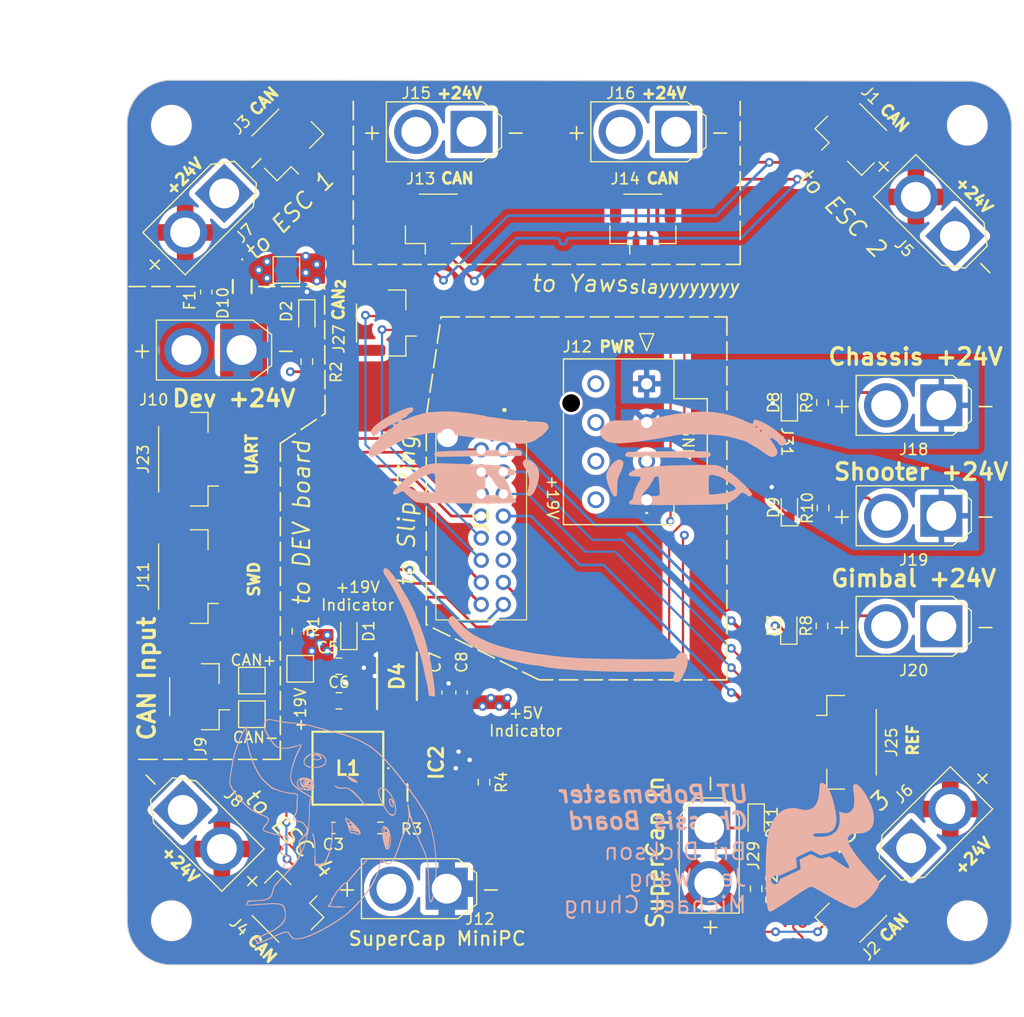
<source format=kicad_pcb>
(kicad_pcb (version 20240108) (generator "pcbnew") (generator_version "8.0")
  (layers (0 "F.Cu" signal) (1 "In1.Cu" signal) (2 "In2.Cu" signal) (31 "B.Cu" signal) (34 "B.Paste" user) (35 "F.Paste" user) (36 "B.SilkS" user "B.Silkscreen") (37 "F.SilkS" user "F.Silkscreen") (38 "B.Mask" user) (39 "F.Mask" user) (44 "Edge.Cuts" user))
  (net 0 "")
  (net 1 "/CAN+")
  (net 2 "/+19V")
  (net 3 "GND_+19V")
  (net 4 "GND")
  (net 5 "GND_GIMBAL")
  (net 6 "Net-(D1-A)")
  (net 7 "Net-(D2-A)")
  (net 9 "GND_CHASSIS")
  (net 10 "Net-(D7-A)")
  (net 11 "Net-(D8-A)")
  (net 12 "GND_SHOOTER")
  (net 14 "/24V -> 19V Buck Convertor/FB_{19}")
  (net 15 "/24V -> 19V Buck Convertor/SW_{19}")
  (net 16 "Net-(D11-A)")
  (net 17 "/Mini_PC")
  (net 18 "/SWCLK")
  (net 19 "/SWDIO")
  (net 20 "+3.3V")
  (net 21 "/+V_SuperCap")
  (net 22 "GND_DEBUG")
  (net 25 "/+24V_Gimbal")
  (net 26 "Net-(D9-A)")
  (net 27 "/UART_TX")
  (net 28 "/UART_RX")
  (net 29 "/REF_PWR")
  (net 30 "/REF_CAN-")
  (net 31 "/REF_CAN+")
  (net 32 "+3V3")
  (net 33 "/+24V_Chassis")
  (net 34 "+24V")
  (net 35 "/+24V_Shooter")
  (net 36 "GND_UART")
  (net 37 "GND_REF")
  (net 38 "/CAN2-")
  (net 39 "/CAN2+")
  (net 40 "/CAN-")
  (footprint "Robomaster_Connectors:AMASS_XT30U-F_1x02_P5.0mm_Vertical" (layer "F.Cu") (at 58.7 49.75 180)
    (property "Reference" "J10")
    (property "Value" "IN_XT30")
  )
  (footprint "Connector_JST:JST_GH_BM02B-GHS-TBT_1x02-1MP_P1.25mm_Vertical" (layer "F.Cu") (at 54.8 81.125 90)
    (property "Reference" "J9")
    (property "Value" "IN_JST")
  )
  (footprint "Robomaster_Connectors:AMASS_XT30U-F_1x02_P5.0mm_Vertical" (layer "F.Cu") (at 53.372614 91.372614 -45)
    (property "Reference" "J8")
    (property "Value" "BL_XT30")
  )
  (footprint "Robomaster_Connectors:AMASS_XT30U-F_1x02_P5.0mm_Vertical" (layer "F.Cu") (at 123.227387 39.427387 135)
    (property "Reference" "J5")
    (property "Value" "FR_XT30")
  )
  (footprint "Connector_JST:JST_GH_BM04B-GHS-TBT_1x04-1MP_P1.25mm_Vertical" (layer "F.Cu") (at 53.8 70.25 90)
    (property "Reference" "J11")
    (property "Value" "SWD_IN")
  )
  (footprint "MountingHole:MountingHole_3.2mm_M3" (layer "F.Cu") (at 124.347 29.4)
    (property "Reference" "H3" (hide yes))
    (property "Value" "MountingHole")
  )
  (footprint "LED_SMD:LED_0603_1608Metric_Pad1.05x0.95mm_HandSolder" (layer "F.Cu") (at 68.4 75.2 90)
    (property "Reference" "D1")
    (property "Value" "150060BS75000")
  )
  (footprint "Robomaster_Connectors:CON_1722981108_MOL" (layer "F.Cu") (at 95.339998 52.804 -90)
    (property "Reference" "J31")
    (property "Value" "Conn_01x08_Pin")
  )
  (footprint "Resistor_SMD:R_0603_1608Metric_Pad0.98x0.95mm_HandSolder" (layer "F.Cu") (at 63.8 75.2 90)
    (property "Reference" "R1")
    (property "Value" "1kΩ")
  )
  (footprint "MountingHole:MountingHole_3.2mm_M3" (layer "F.Cu") (at 52.347 101.4)
    (property "Reference" "H2" (hide yes))
    (property "Value" "MountingHole")
  )
  (footprint "Resistor_SMD:R_0603_1608Metric_Pad0.98x0.95mm_HandSolder" (layer "F.Cu") (at 71.25 93)
    (property "Reference" "R3")
    (property "Value" "100kΩ")
  )
  (footprint "LED_SMD:LED_0603_1608Metric_Pad1.05x0.95mm_HandSolder" (layer "F.Cu") (at 105.25 92.5 -90)
    (property "Reference" "D11")
    (property "Value" "150060YS75000")
  )
  (footprint "LED_SMD:LED_0603_1608Metric_Pad1.05x0.95mm_HandSolder" (layer "F.Cu") (at 64.6 46.862999 -90)
    (property "Reference" "D2")
    (property "Value" "150060RS75000")
  )
  (footprint "Resistor_SMD:R_0603_1608Metric_Pad0.98x0.95mm_HandSolder" (layer "F.Cu") (at 111.25 54.5 90)
    (property "Reference" "R9")
    (property "Value" "1kΩ")
  )
  (footprint "Resistor_SMD:R_0603_1608Metric_Pad0.98x0.95mm_HandSolder" (layer "F.Cu") (at 111.3 64.045 90)
    (property "Reference" "R10")
    (property "Value" "1kΩ")
  )
  (footprint "Robomaster_Connectors:5016451620" (layer "F.Cu") (at 80.375 64.624999 -90)
    (property "Reference" "J17")
    (property "Value" "501645-1620" (hide yes))
  )
  (footprint "Capacitor_SMD:C_0603_1608Metric_Pad1.08x0.95mm_HandSolder" (layer "F.Cu") (at 67 93)
    (property "Reference" "C3")
    (property "Value" "82pF")
  )
  (footprint "Connector_JST:JST_GH_BM02B-GHS-TBT_1x02-1MP_P1.25mm_Vertical" (layer "F.Cu") (at 62.699852 31 45)
    (property "Reference" "J3")
    (property "Value" "FL_JST")
  )
  (footprint "Robomaster_Connectors:AMASS_XT30U-F_1x02_P5.0mm_Vertical" (layer "F.Cu") (at 57.127387 35.572614 -135)
    (property "Reference" "J7")
    (property "Value" "FL_XT30")
  )
  (footprint "Robomaster_Connectors:AMASS_XT30U-F_1x02_P5.0mm_Vertical" (layer "F.Cu") (at 122 74.75 180)
    (property "Reference" "J20")
    (property "Value" "GIM_XT30")
  )
  (footprint "Connector_JST:JST_GH_BM02B-GHS-TBT_1x02-1MP_P1.25mm_Vertical" (layer "F.Cu") (at 95 38.25)
    (property "Reference" "J14")
    (property "Value" "GIM2_JST")
  )
  (footprint "TestPoint:TestPoint_Pad_2.0x2.0mm" (layer "F.Cu") (at 64 78.6 90)
    (property "Reference" "TP4" (hide yes))
    (property "Value" "TestPoint")
  )
  (footprint "Resistor_SMD:R_0603_1608Metric_Pad0.98x0.95mm_HandSolder" (layer "F.Cu") (at 64.6 50.8 -90)
    (property "Reference" "R2")
    (property "Value" "1kΩ")
  )
  (footprint "Robomaster_Connectors:AMASS_XT30U-F_1x02_P5.0mm_Vertical" (layer "F.Cu") (at 122 64.75 180)
    (property "Reference" "J19")
    (property "Value" "SHOO_XT30")
  )
  (footprint "Resistor_SMD:R_0603_1608Metric_Pad0.98x0.95mm_HandSolder" (layer "F.Cu") (at 105.25 98.5 -90)
    (property "Reference" "R12")
    (property "Value" "1kΩ")
  )
  (footprint "Robomaster_Passives:PTVS26VS1URQX" (layer "F.Cu") (at 58.75 44 -90)
    (property "Reference" "D10")
    (property "Value" "PTVS26VS1UR-QX" (hide yes))
  )
  (footprint "Robomaster_Connectors:AMASS_XT30U-F_1x02_P5.0mm_Vertical" (layer "F.Cu") (at 119.272613 94.827387 45)
    (property "Reference" "J6")
    (property "Value" "BR_XT30")
  )
  (footprint "Robomaster_Connectors:AMASS_XT30U-F_1x02_P5.0mm_Vertical" (layer "F.Cu") (at 77.25 98.5 180)
    (property "Reference" "J12")
    (property "Value" "SUPCAP_XT30")
  )
  (footprint "Fuse:Fuse_0603_1608Metric_Pad1.05x0.95mm_HandSolder" (layer "F.Cu") (at 55.5 44.5 90)
    (property "Reference" "F1")
    (property "Value" "2.5A")
  )
  (footprint "Robomaster_Connectors:AMASS_XT30U-F_1x02_P5.0mm_Vertical" (layer "F.Cu") (at 122 54.75 180)
    (property "Reference" "J18")
    (property "Value" "CHA_XT30")
  )
  (footprint "Robomaster_ICs:SOIC127P600X175-9N" (layer "F.Cu") (at 76.306 87.087999 90)
    (property "Reference" "IC2")
    (property "Value" "RT6285GSP" (hide yes))
  )
  (footprint "Connector_JST:JST_GH_BM02B-GHS-TBT_1x02-1MP_P1.25mm_Vertical" (layer "F.Cu") (at 62.699852 100.291852 135)
    (property "Reference" "J4")
    (property "Value" "BL_JST")
  )
  (footprint "Resistor_SMD:R_0603_1608Metric_Pad0.98x0.95mm_HandSolder" (layer "F.Cu") (at 111.2 74.7125 90)
    (property "Reference" "R8")
    (property "Value" "1kΩ")
  )
  (footprint "Connector_JST:JST_GH_BM02B-GHS-TBT_1x02-1MP_P1.25mm_Vertical" (layer "F.Cu") (at 113.994148 30.508148 -45)
    (property "Reference" "J1")
    (property "Value" "FR_JST")
  )
  (footprint "Connector_JST:JST_GH_BM04B-GHS-TBT_1x04-1MP_P1.25mm_Vertical" (layer "F.Cu") (at 113.5 85.25 -90)
    (property "Reference" "J25")
    (property "Value" "REF_IN")
  )
  (footprint "MountingHole:MountingHole_3.2mm_M3" (layer "F.Cu") (at 52.347 29.4)
    (property "Reference" "H1" (hide yes))
    (property "Value" "MountingHole")
  )
  (footprint "Robomaster_Passives:MPLAL6060100" (layer "F.Cu") (at 68.312 87.596 180)
    (property "Reference" "L1")
    (property "Value" "10µH" (hide yes))
  )
  (footprint "Connector_JST:JST_GH_BM02B-GHS-TBT_1x02-1MP_P1.25mm_Vertical" (layer "F.Cu") (at 76.5 38.25)
    (property "Reference" "J13")
    (property "Value" "GIM1_JST")
  )
  (footprint "Capacitor_SMD:C_0805_2012Metric_Pad1.18x1.45mm_HandSolder" (layer "F.Cu") (at 67.5 78.362999)
    (property "Reference" "C5")
    (property "Value" "22µF")
  )
  (footprint "Robomaster_Passives:SODFL5336X110N" (layer "F.Cu") (at 72.75 79.275 90)
    (property "Reference" "D4")
    (property "Value" "SR54F-AU_R2_000A1" (hide yes))
  )
  (footprint "Robomaster_Connectors:AMASS_XT30U-F_1x02_P5.0mm_Vertical" (layer "F.Cu") (at 101 93 -90)
    (property "Reference" "J29")
    (property "Value" "SUPCAP_XT30")
  )
  (footprint "MountingHole:MountingHole_3.2mm_M3" (layer "F.Cu") (at 124.347 101.4)
    (property "Reference" "H4" (hide yes))
    (property "Value" "MountingHole")
  )
  (footprint "LED_SMD:LED_0603_1608Metric_Pad1.05x0.95mm_HandSolder" (layer "F.Cu") (at 108.25 64 90)
    (property "Reference" "D9")
    (property "Value" "150060YS75000")
  )
  (footprint "Connector_JST:JST_GH_BM02B-GHS-TBT_1x02-1MP_P1.25mm_Vertical" (layer "F.Cu") (at 71.7 47.3 90)
    (property "Reference" "J27")
    (property "Value" "CAN2_IN")
  )
  (footprint "Capacitor_SMD:C_0603_1608Metric_Pad1.08x0.95mm_HandSolder" (layer "F.Cu") (at 78.592 80.737999 90)
    (property "Reference" "C8")
    (property "Value" "4.7µF")
  )
  (footprint "Robomaster_Connectors:AMASS_XT30U-F_1x02_P5.0mm_Vertical" (layer "F.Cu") (at 98 30 180)
    (property "Reference" "J16")
    (property "Value" "GIM2_XT30")
  )
  (footprint "Capacitor_SMD:C_0603_1608Metric_Pad1.08x0.95mm_HandSolder" (layer "F.Cu") (at 76.306 80.737999 90)
    (property "Reference" "C7")
    (property "Value" "4.7µF")
  )
  (footprint "TestPoint:TestPoint_Pad_2.0x2.0mm" (layer "F.Cu") (at 59.626 79.666)
    (property "Reference" "TP2" (hide yes))
    (property "Value" "TestPoint")
  )
  (footprint "Capacitor_SMD:C_0805_2012Metric_Pad1.18x1.45mm_HandSolder" (layer "F.Cu") (at 67.5 81.5)
    (property "Reference" "C6")
    (property "Value" "22µF")
  )
  (footprint "TestPoint:TestPoint_Pad_2.0x2.0mm" (layer "F.Cu") (at 59.626 82.714)
    (property "Reference" "TP1" (hide yes))
    (property "Value" "TestPoint")
  )
  (footprint "TestPoint:TestPoint_Pad_2.0x2.0mm" (layer "F.Cu") (at 62.75 42.5)
    (property "Reference" "TP3" (hide yes))
    (property "Value" "TestPoint")
  )
  (footprint "Connector_JST:JST_GH_BM04B-GHS-TBT_1x04-1MP_P1.25mm_Vertical" (layer "F.Cu") (at 53.8 59.625 90)
    (property "Reference" "J23")
    (property "Value" "UART_IN")
  )
  (footprint "Robomaster_Connectors:AMASS_XT30U-F_1x02_P5.0mm_Vertical" (layer "F.Cu") (at 79.5 30 180)
    (property "Reference" "J15")
    (property "Value" "GIM1_XT30")
  )
  (footprint "LED_SMD:LED_0603_1608Metric_Pad1.05x0.95mm_HandSolder" (layer "F.Cu") (at 108.200001 74.7125 90)
    (property "Reference" "D7")
    (property "Value" "150060YS75000")
  )
  (footprint "LED_SMD:LED_0603_1608Metric_Pad1.05x0.95mm_HandSolder" (layer "F.Cu") (at 108.25 54.5 90)
    (property "Reference" "D8")
    (property "Value" "150060YS75000")
  )
  (footprint "Connector_JST:JST_GH_BM02B-GHS-TBT_1x02-1MP_P1.25mm_Vertical" (layer "F.Cu") (at 113.994148 100.291852 -135)
    (property "Reference" "J2")
    (property "Value" "BR_JST")
  )
  (footprint "Resistor_SMD:R_0603_1608Metric_Pad0.98x0.95mm_HandSolder" (layer "F.Cu") (at 80.624 88.865999 90)
    (property "Reference" "R4")
    (property "Value" "6.8kΩ")
  )
  (footprint "Robomaster_Memes:blox" (layer "B.Cu") (at 88.25 65.25 180)
    (property "Reference" "G***" (hide yes))
    (property "Value" "LOGO" (hide yes))
  )
  (footprint "Robomaster_Memes:pikja" (layer "B.Cu") (at 65 94.25 135)
    (property "Reference" "G***" (hide yes))
    (property "Value" "LOGO" (hide yes))
  )
  (footprint "Robomaster_Special:StampedeLogo" (layer "B.Cu") (at 111.25 94.75 180)
    (property "Reference" "G***" (hide yes))
    (property "Value" "LOGO" (hide yes))
  )
  (gr_line (start 68.8 27.25) (end 68.8 42) (stroke (width 0.15) (type dash)) (layer "F.SilkS"))
  (gr_line (start 103.8 42) (end 103.8 27.25) (stroke (width 0.15) (type dash)) (layer "F.SilkS"))
  (gr_line (start 49.4 86.8) (end 62.2 86.8) (stroke (width 0.15) (type dash)) (layer "F.SilkS"))
  (gr_line (start 68.8 42) (end 103.8 42) (stroke (width 0.15) (type dash)) (layer "F.SilkS"))
  (gr_line (start 62.2 86.8) (end 62.2 58.2) (stroke (width 0.15) (type dash)) (layer "F.SilkS"))
  (gr_poly (pts (xy 75.4 55.8) (xy 76.75 46.75) (xy 102.6 46.75) (xy 102.6 79.6) (xy 85.6 79.6) (xy 75.4 74.6)) (stroke (width 0.15) (type dash)) (fill none) (layer "F.SilkS"))
  (gr_line (start 54.475 44) (end 48.525 44) (stroke (width 0.15) (type dash)) (layer "F.SilkS"))
  (gr_line (start 62.2 58.2) (end 66.25 55.5) (stroke (width 0.15) (type dash)) (layer "F.SilkS"))
  (gr_line (start 66.25 55.5) (end 66.2 44) (stroke (width 0.15) (type dash)) (layer "F.SilkS"))
  (gr_line (start 66.2 44) (end 60.25 44) (stroke (width 0.15) (type dash)) (layer "F.SilkS"))
  (gr_line (start 52.328427 25.328427) (end 124.347 25.4) (stroke (width 0.1)) (layer "Edge.Cuts"))
  (gr_line (start 48.347 101.4) (end 48.328427 29.328427) (stroke (width 0.1)) (layer "Edge.Cuts"))
  (gr_arc (start 128.347 101.4) (mid 127.175427 104.228427) (end 124.347 105.4) (stroke (width 0.1)) (layer "Edge.Cuts"))
  (gr_line (start 128.347 29.4) (end 128.347 101.4) (stroke (width 0.1)) (layer "Edge.Cuts"))
  (gr_line (start 124.347 105.4) (end 52.347 105.4) (stroke (width 0.1)) (layer "Edge.Cuts"))
  (gr_arc (start 52.347 105.4) (mid 49.518573 104.228427) (end 48.347 101.4) (stroke (width 0.1)) (layer "Edge.Cuts"))
  (gr_arc (start 124.347 25.4) (mid 127.175427 26.571573) (end 128.347 29.4) (stroke (width 0.1)) (layer "Edge.Cuts"))
  (gr_arc (start 48.328427 29.328427) (mid 49.5 26.5) (end 52.328427 25.328427) (stroke (width 0.1)) (layer "Edge.Cuts"))
  (gr_text "Bri Dickson\nJed Wang\nMichael Chung" (at 104.5 94.25 0) (layer "B.SilkS") (effects (font (size 1.5 1.5) (thickness 0.1875)) (justify left top mirror)))
  (gr_text "UT Robomaster\nChassis Board" (at 104.75 93.25 0) (layer "B.SilkS") (effects (font (size 1.5 1.5) (thickness 0.3) (bold yes) (italic yes)) (justify left bottom mirror)))
  (gr_text "+19V\n" (at 86.25 65.2 -90) (layer "F.SilkS") (effects (font (size 1 1)) (justify right bottom)))
  (gr_text "CAN" (at 117 103.6 45) (layer "F.SilkS") (effects (font (size 1 1) (thickness 0.25) (bold yes)) (justify left bottom)))
  (gr_text "to ESC 4" (at 58.674 90.424 315) (layer "F.SilkS") (effects (font (size 1.5 1.5) (thickness 0.1875) (italic yes)) (justify left bottom)))
  (gr_text "+24V" (at 52.4 36 45) (layer "F.SilkS") (effects (font (size 1 1) (thickness 0.25) (bold yes)) (justify left bottom)))
  (gr_text "+24V" (at 123.75 97.5 45) (layer "F.SilkS") (effects (font (size 1 1) (thickness 0.25) (bold yes)) (justify left bottom)))
  (gr_text "CAN" (at 76.6 34.8 0) (layer "F.SilkS") (effects (font (size 1 1) (thickness 0.25) (bold yes)) (justify left bottom)))
  (gr_text "+24V" (at 51.2 95.2 -45) (layer "F.SilkS") (effects (font (size 1 1) (thickness 0.25) (bold yes)) (justify left bottom)))
  (gr_text "to DEV board" (at 65 73 90) (layer "F.SilkS") (effects (font (size 1.5 1.5) (thickness 0.1875) (italic yes)) (justify left bottom)))
  (gr_text "+24V" (at 94.75 26.5 0) (layer "F.SilkS") (effects (font (size 1 1) (thickness 0.25) (bold yes)) (justify left)))
  (gr_text "CAN" (at 60 28.8 45) (layer "F.SilkS") (effects (font (size 1 1) (thickness 0.25) (bold yes)) (justify left bottom)))
  (gr_text "CAN-" (at 57.8 85.4 0) (layer "F.SilkS") (effects (font (size 1 1) (thickness 0.15) (bold yes)) (justify left bottom)))
  (gr_text "UART" (at 60.2 61.2 90) (layer "F.SilkS") (effects (font (size 1 1) (thickness 0.25) (bold yes)) (justify left bottom)))
  (gr_text "REF" (at 120 86.6 90) (layer "F.SilkS") (effects (font (size 1 1) (thickness 0.25) (bold yes)) (justify left bottom)))
  (gr_text "Chassis +24V" (at 111.608 51.232 0) (layer "F.SilkS") (effects (font (size 1.5 1.5) (thickness 0.3) (bold yes)) (justify left bottom)))
  (gr_text "PWR" (at 90.932 50.038 0) (layer "F.SilkS") (effects (font (size 1 1) (thickness 0.25) (bold yes)) (justify left bottom)))
  (gr_text "Shooter +24V" (at 112.116 61.646 0) (layer "F.SilkS") (effects (font (size 1.5 1.5) (thickness 0.3) (bold yes)) (justify left bottom)))
  (gr_text "CAN" (at 59 103.2 -45) (layer "F.SilkS") (effects (font (size 1 1) (thickness 0.25) (bold yes)) (justify left bottom)))
  (gr_text "CAN_{2}" (at 68.05 47.2 90) (layer "F.SilkS") (effects (font (size 1 1) (thickness 0.25) (bold yes)) (justify left bottom)))
  (gr_text "+19V\nIndicator" (at 69.2 73.4 0) (layer "F.SilkS") (effects (font (size 1 1)) (justify bottom)))
  (gr_text "SWD" (at 60.4 72.2 90) (layer "F.SilkS") (effects (font (size 1 1) (thickness 0.25) (bold yes)) (justify left bottom)))
  (gr_text "SuperCap In" (at 97 102.25 90) (layer "F.SilkS") (effects (font (size 1.5 1.5) (thickness 0.25) (bold yes)) (justify left bottom)))
  (gr_text "Dev +24V" (at 58 53.25 0) (layer "F.SilkS") (effects (font (size 1.5 1.5) (thickness 0.3) (bold yes)) (justify top)))
  (gr_text "+5V\nIndicator" (at 84.4 84.8 0) (layer "F.SilkS") (effects (font (size 1 1)) (justify bottom)))
  (gr_text "to ESC 2" (at 108.712 34.29 315) (layer "F.SilkS") (effects (font (size 1.5 1.5) (thickness 0.1875) (italic yes)) (justify left bottom)))
  (gr_text "to ESC 3" (at 110.236 98.044 45) (layer "F.SilkS") (effects (font (size 1.5 1.5) (thickness 0.1875) (italic yes)) (justify left bottom)))
  (gr_text "CAN Input" (at 51 85.25 90) (layer "F.SilkS") (effects (font (size 1.5 1.5) (thickness 0.3) (bold yes)) (justify left bottom)))
  (gr_text "GND" (at 98.5 56.5 270) (layer "F.SilkS") (effects (font (size 1 1)) (justify left bottom)))
  (gr_text "CAN" (at 95.2 34.8 0) (layer "F.SilkS") (effects (font (size 1 1) (thickness 0.25) (bold yes)) (justify left bottom)))
  (gr_text "to Slip Ring" (at 74.5 71.25 90) (layer "F.SilkS") (effects (font (size 1.5 1.5) (thickness 0.1875) (italic yes)) (justify left bottom)))
  (gr_text "Gimbal +24V" (at 111.862 71.298 0) (layer "F.SilkS") (effects (font (size 1.5 1.5) (thickness 0.3) (bold yes)) (justify left bottom)))
  (gr_text "to Yaws_{slayyyyyyyy}" (at 84.8 44.6 0) (layer "F.SilkS") (effects (font (size 1.5 1.5) (thickness 0.1875) (italic yes)) (justify left bottom)))
  (gr_text "CAN" (at 116.2 28 -45) (layer "F.SilkS") (effects (font (size 1 1) (thickness 0.25) (bold yes)) (justify left bottom)))
  (gr_text "+19V" (at 64.6 80.2 90) (layer "F.SilkS") (effects (font (size 1 1) (thickness 0.15) (bold yes)) (justify right bottom)))
  (gr_text "+24V" (at 76.25 26.5 0) (layer "F.SilkS") (effects (font (size 1 1) (thickness 0.25) (bold yes)) (justify left)))
  (gr_text "+24V" (at 123 34.6 -45) (layer "F.SilkS") (effects (font (size 1 1) (thickness 0.25) (bold yes)) (justify left bottom)))
  (gr_text "J12\n" (at 87.63 50.038 0) (layer "F.SilkS") (effects (font (size 1 1)) (justify left bottom)))
  (gr_text "CAN+" (at 57.6 78.4 0) (layer "F.SilkS") (effects (font (size 1 1) (thickness 0.15) (bold yes)) (justify left bottom)))
  (gr_text "to ESC 1" (at 59.944 41.91 45) (layer "F.SilkS") (effects (font (size 1.5 1.5) (thickness 0.1875) (italic yes)) (justify left bottom)))
  (gr_text "SuperCap MiniPC\n" (at 68.25 103.75 0) (layer "F.SilkS") (effects (font (size 1.25 1.25) (thickness 0.2)) (justify left bottom)))
  (segment (start 95.5 35) (end 95.5 40.075) (width 0.25) (layer "F.Cu") (net 1))
  (segment (start 109.239876 101.864142) (end 109.239877 101.864142) (width 0.2) (layer "F.Cu") (net 1))
  (segment (start 66.669685 103.5) (end 63.469611 100.299926) (width 0.2) (layer "F.Cu") (net 1))
  (segment (start 111.25 93.75) (end 111.25 98.431588) (width 0.2) (layer "F.Cu") (net 1))
  (segment (start 62.75 82.79) (end 62.75 92.5) (width 0.2) (layer "F.Cu") (net 1))
  (segment (start 108.685448 101.733977) (end 108.685447 101.733977) (width 0.2) (layer "F.Cu") (net 1))
  (segment (start 63.469611 100.299926) (end 63.469611 98.638209) (width 0.2) (layer "F.Cu") (net 1))
  (segment (start 108.945757 103.267084) (end 108.815612 103.136939) (width 0.2) (layer "F.Cu") (net 1))
  (segment (start 108.391347 103.136938) (end 108.028284 103.5) (width 0.2) (layer "F.Cu") (net 1))
  (segment (start 59.626 79.666) (end 62.75 82.79) (width 0.2) (layer "F.Cu") (net 1))
  (segment (start 97.375 69.55) (end 97.375 66.625) (width 0.2) (layer "F.Cu") (net 1))
  (segment (start 111.25 98.431588) (end 112.173348 99.354936) (width 0.2) (layer "F.Cu") (net 1))
  (segment (start 64.520652 31.936916) (end 66.083736 33.5) (width 0.25) (layer "F.Cu") (net 1))
  (segment (start 63.636768 96.636768) (end 63.636768 98.471052) (width 0.2) (layer "F.Cu") (net 1))
  (segment (start 56.75 80.5) (end 58.792 80.5) (width 0.2) (layer "F.Cu") (net 1))
  (segment (start 108.685447 102.158241) (end 109.370023 102.842817) (width 0.2) (layer "F.Cu") (net 1))
  (segment (start 98.75 65.25) (end 98.75 43.325) (width 0.2) (layer "F.Cu") (net 1))
  (segment (start 77.125 35.125) (end 77.125 40.2) (width 0.25) (layer "F.Cu") (net 1))
  (segment (start 66.083736 33.5) (end 75.5 33.5) (width 0.25) (layer "F.Cu") (net 1))
  (segment (start 97.375 69.55) (end 97.375 79.875) (width 0.2) (layer "F.Cu") (net 1))
  (segment (start 97.375 66.625) (end 98.75 65.25) (width 0.2) (layer "F.Cu") (net 1))
  (segment (start 75.5 33.5) (end 77.125 35.125) (width 0.25) (layer "F.Cu") (net 1))
  (segment (start 108.391348 103.136939) (end 108.391347 103.136938) (width 0.2) (layer "F.Cu") (net 1))
  (segment (start 109.239877 101.864142) (end 109.109712 101.733977) (width 0.2) (layer "F.Cu") (net 1))
  (segment (start 108.966 34.29) (end 111.09618 34.29) (width 0.25) (layer "F.Cu") (net 1))
  (segment (start 97.375 79.875) (end 111.25 93.75) (width 0.2) (layer "F.Cu") (net 1))
  (segment (start 108.966 34.29) (end 96.21 34.29) (width 0.25) (layer "F.Cu") (net 1))
  (segment (start 111.09618 34.29) (end 113.057232 32.328948) (width 0.25) (layer "F.Cu") (net 1))
  (segment (start 62.8 95.8) (end 63.636768 96.636768) (width 0.2) (layer "F.Cu") (net 1))
  (segment (start 108.028284 103.5) (end 66.669685 103.5) (width 0.2) (layer "F.Cu") (net 1))
  (segment (start 79.756 43.5) (end 77.125 40.869) (width 0.25) (layer "F.Cu") (net 1))
  (segment (start 96.21 34.29) (end 95.5 35) (width 0.25) (layer "F.Cu") (net 1))
  (segment (start 112.173348 99.354936) (end 109.664142 101.864142) (width 0.2) (layer "F.Cu") (net 1))
  (segment (start 98.75 43.325) (end 95.625 40.2) (width 0.2) (layer "F.Cu") (net 1))
  (segment (start 109.370023 103.267081) (end 109.370021 103.267084) (width 0.2) (layer "F.Cu") (net 1))
  (via (at 62.75 92.5) (size 0.8) (drill 0.4) (layers "F.Cu" "B.Cu") (net 1))
  (via (at 108.966 34.29) (size 0.8) (drill 0.4) (layers "F.Cu" "B.Cu") (net 1))
  (via (at 62.8 95.8) (size 0.8) (drill 0.4) (layers "F.Cu" "B.Cu") (net 1))
  (via (at 79.756 43.5) (size 0.8) (drill 0.4) (layers "F.Cu" "B.Cu") (net 1))
  (arc (start 109.370021 103.267084) (mid 109.157889 103.354952) (end 108.945757 103.267084) (width 0.2) (layer "F.Cu") (net 1))
  (arc (start 109.370023 102.842817) (mid 109.457891 103.054949) (end 109.370023 103.267081) (width 0.2) (layer "F.Cu") (net 1))
  (arc (start 108.815612 103.136939) (mid 108.60348 103.049071) (end 108.391348 103.136939) (width 0.2) (layer "F.Cu") (net 1))
  (arc (start 108.685447 101.733977) (mid 108.597579 101.946109) (end 108.685447 102.158241) (width 0.2) (layer "F.Cu") (net 1))
  (arc (start 109.109712 101.733977) (mid 108.89758 101.646109) (end 108.685448 101.733977) (width 0.2) (layer "F.Cu") (net 1))
  (arc (start 109.664142 101.864142) (mid 109.452009 101.95201) (end 109.239876 101.864142) (width 0.2) (layer "F.Cu") (net 1))
  (segment (start 103.876 39.624) (end 108.966 34.534) (width 0.25) (layer "B.Cu") (net 1))
  (segment (start 79.756 43.434) (end 83.566 39.624) (width 0.25) (layer "B.Cu") (net 1))
  (segment (start 87.76045 40.184451) (end 87.8 40.184451) (width 0.25) (layer "B.Cu") (net 1))
  (segment (start 62.8 95.8) (end 62.75 95.75) (width 0.2) (layer "B.Cu") (net 1))
  (segment (start 88.080225 39.904226) (end 88.080225 39.904225) (width 0.25) (layer "B.Cu") (net 1))
  (segment (start 87.480225 39.904225) (end 87.480225 39.904226) (width 0.25) (layer "B.Cu") (net 1))
  (segment (start 79.756 43.5) (end 79.756 43.434) (width 0.25) (layer "B.Cu") (net 1))
  (segment (start 88.4 39.624) (end 103.876 39.624) (width 0.25) (layer "B.Cu") (net 1))
  (segment (start 88.36045 39.624) (end 88.4 39.624) (width 0.25) (layer "B.Cu") (net 1))
  (segment (start 83.566 39.624) (end 87.2 39.624) (width 0.25) (layer "B.Cu") (net 1))
  (segment (start 62.75 95.75) (end 62.75 92.5) (width 0.2) (layer "B.Cu") (net 1))
  (segment (start 108.966 34.534) (end 108.966 34.29) (width 0.25) (layer "B.Cu") (net 1))
  (arc (start 87.480225 39.904226) (mid 87.562301 40.102375) (end 87.76045 40.184451) (width 0.25) (layer "B.Cu") (net 1))
  (arc (start 87.8 40.184451) (mid 87.998149 40.102375) (end 88.080225 39.904226) (width 0.25) (layer "B.Cu") (net 1))
  (arc (start 87.2 39.624) (mid 87.398149 39.706076) (end 87.480225 39.904225) (width 0.25) (layer "B.Cu") (net 1))
  (arc (start 88.080225 39.904225) (mid 88.162301 39.706076) (end 88.36045 39.624) (width 0.25) (layer "B.Cu") (net 1))
  (segment (start 66.287 87.596) (end 66.287 92.8505) (width 0.25) (layer "F.Cu") (net 2))
  (segment (start 66.5 78.5635) (end 66.2995 78.363) (width 0.7) (layer "F.Cu") (net 2))
  (segment (start 66.5 81.6455) (end 66.287 81.4325) (width 0.7) (layer "F.Cu") (net 2))
  (segment (start 66.75 94.25) (end 69.0875 94.25) (width 0.25) (layer "F.Cu") (net 2))
  (segment (start 66.2995 78.362999) (end 64.237001 78.362999) (width 0.7) (layer "F.Cu") (net 2))
  (segment (start 66.1375 93.6375) (end 66.75 94.25) (width 0.25) (layer "F.Cu") (net 2))
  (segment (start 66.5 81.2195) (end 66.5 78.5635) (width 0.7) (layer "F.Cu") (net 2))
  (segment (start 66.287 87.595999) (end 66.5 87.382999) (width 0.7) (layer "F.Cu") (net 2))
  (segment (start 64 78.6) (end 64 76.2875) (width 0.25) (layer "F.Cu") (net 2))
  (segment (start 66.1375 93) (end 66.1375 93.6375) (width 0.25) (layer "F.Cu") (net 2))
  (segment (start 66.5 87.382999) (end 66.5 81.6455) (width 0.7) (layer "F.Cu") (net 2))
  (segment (start 66.2995 81.42) (end 66.5 81.2195) (width 0.7) (layer "F.Cu") (net 2))
  (segment (start 69.0875 94.25) (end 70.3375 93) (width 0.25) (layer "F.Cu") (net 2))
  (segment (start 66.287 92.8505) (end 66.1375 93) (width 0.25) (layer "F.Cu") (net 2))
  (via (at 66.45 77) (size 0.8) (drill 0.4) (layers "F.Cu" "B.Cu") (net 2))
  (via (at 65.05 75.55) (size 0.8) (drill 0.4) (layers "F.Cu" "B.Cu") (net 2))
  (via (at 66.45 75.55) (size 0.8) (drill 0.4) (layers "F.Cu" "B.Cu") (net 2))
  (via (at 65.75 76.3) (size 0.8) (drill 0.4) (layers "F.Cu" "B.Cu") (net 2))
  (via (at 65.05 77) (size 0.8) (drill 0.4) (layers "F.Cu" "B.Cu") (net 2))
  (segment (start 64.6 45.988) (end 64.6 44.48) (width 0.25) (layer "F.Cu") (net 4))
  (via (at 70.845 77.356) (size 0.8) (drill 0.4) (layers "F.Cu" "B.Cu") (net 4))
  (via (at 78.325 86.098999) (size 0.8) (drill 0.4) (layers "F.Cu" "B.Cu") (net 4))
  (via (at 69.75 78.5) (size 0.8) (drill 0.4) (layers "F.Cu" "B.Cu") (net 4))
  (via (at 78.075 87.598999) (size 0.8) (drill 0.4) (layers "F.Cu" "B.Cu") (net 4))
  (via (at 68.050999 79.895999) (size 0.8) (drill 0.4) (layers "F.Cu" "B.Cu") (net 4))
  (via (at 77.4236 79.921399) (size 0.8) (drill 0.4) (layers "F.Cu" "B.Cu") (net 4))
  (via (at 70.75 79.25) (size 0.8) (drill 0.4) (layers "F.Cu" "B.Cu") (net 4))
  (via (at 64.6 44.48) (size 0.8) (drill 0.4) (layers "F.Cu" "B.Cu") (net 4))
  (via (at 79.325 86.848999) (size 0.8) (drill 0.4) (layers "F.Cu" "B.Cu") (net 4))
  (segment (start 107.312501 74.7) (end 108.200001 75.5875) (width 0.25) (layer "F.Cu") (net 5))
  (segment (start 106.95 74.7) (end 107.312501 74.7) (width 0.25) (layer "F.Cu") (net 5))
  (via (at 106.95 74.7) (size 0.8) (drill 0.4) (layers "F.Cu" "B.Cu") (net 5))
  (segment (start 68.4 74.325) (end 63.8375 74.325) (width 0.25) (layer "F.Cu") (net 6))
  (segment (start 64.6 47.738) (end 64.6 49.8875) (width 0.25) (layer "F.Cu") (net 7))
  (segment (start 106.75 54.55) (end 107.575 55.375) (width 0.25) (layer "F.Cu") (net 9))
  (segment (start 103.875 93) (end 105.25 91.625) (width 0.25) (layer "F.Cu") (net 9))
  (segment (start 101 93) (end 103.875 93) (width 0.25) (layer "F.Cu") (net 9))
  (segment (start 107.575 55.375) (end 108.25 55.375) (width 0.25) (layer "F.Cu") (net 9))
  (via (at 106.75 54.55) (size 0.8) (drill 0.4) (layers "F.Cu" "B.Cu") (net 9))
  (segment (start 109.4125 73.8375) (end 111.2 75.625) (width 0.25) (layer "F.Cu") (net 10))
  (segment (start 108.200001 73.8375) (end 109.4125 73.8375) (width 0.25) (layer "F.Cu") (net 10))
  (segment (start 109.4625 53.625) (end 111.25 55.4125) (width 0.25) (layer "F.Cu") (net 11))
  (segment (start 108.25 53.625) (end 109.4625 53.625) (width 0.25) (layer "F.Cu") (net 11))
  (segment (start 106.65 62.15) (end 106.65 63.275) (width 0.25) (layer "F.Cu") (net 12))
  (segment (start 106.65 63.275) (end 108.25 64.875) (width 0.25) (layer "F.Cu") (net 12))
  (via (at 106.65 62.15) (size 0.8) (drill 0.4) (layers "F.Cu" "B.Cu") (net 12))
  (segment (start 67.8625 93) (end 69.1125 91.75) (width 0.25) (layer "F.Cu") (net 14))
  (segment (start 69.1125 91.75) (end 70.9125 91.75) (width 0.25) (layer "F.Cu") (net 14))
  (segment (start 72.1625 93) (end 75.503999 93) (width 0.25) (layer "F.Cu") (net 14))
  (segment (start 75.503999 93) (end 78.211 90.292999) (width 0.25) (layer "F.Cu") (net 14))
  (segment (start 78.211 90.292999) (end 78.211 89.801999) (width 0.25) (layer "F.Cu") (net 14))
  (segment (start 78.211 89.802) (end 80.6005 89.802) (width 0.25) (layer "F.Cu") (net 14))
  (segment (start 70.9125 91.75) (end 72.1625 93) (width 0.25) (layer "F.Cu") (net 14))
  (segment (start 105.25 93.375) (end 105.25 97.5875) (width 0.25) (layer "F.Cu") (net 16))
  (segment (start 55.75 70.875) (end 78.475001 70.875) (width 0.25) (layer "F.Cu") (net 18))
  (segment (start 78.475001 70.875) (end 80.375 72.774999) (width 0.25) (layer "F.Cu") (net 18))
  (segment (start 73.824998 69.625) (end 73.899998 69.7) (width 0.25) (layer "F.Cu") (net 19))
  (segment (start 55.75 69.625) (end 73.824998 69.625) (width 0.25) (layer "F.Cu") (net 19))
  (via (at 73.899998 69.7) (size 0.8) (drill 0.4) (layers "F.Cu" "B.Cu") (net 19))
  (segment (start 82.375 72.774999) (end 80.849999 74.3) (width 0.25) (layer "B.Cu") (net 19))
  (segment (start 80.849999 74.3) (end 78.499998 74.3) (width 0.25) (layer "B.Cu") (net 19))
  (segment (start 78.499998 74.3) (end 73.899998 69.7) (width 0.25) (layer "B.Cu") (net 19))
  (segment (start 77.975001 68.375) (end 80.375 70.774999) (width 0.25) (layer "F.Cu") (net 20))
  (segment (start 55.75 68.375) (end 77.975001 68.375) (width 0.25) (layer "F.Cu") (net 20))
  (segment (start 105.25 99.4125) (end 102.4125 99.4125) (width 0.25) (layer "F.Cu") (net 21))
  (segment (start 102.4125 99.4125) (end 101 98) (width 0.25) (layer "F.Cu") (net 21))
  (segment (start 79.9 74.8) (end 82.9 74.8) (width 0.25) (layer "F.Cu") (net 22))
  (segment (start 82.9 74.8) (end 84 73.7) (width 0.25) (layer "F.Cu") (net 22))
  (segment (start 55.75 72.125) (end 77.225 72.125) (width 0.25) (layer "F.Cu") (net 22))
  (segment (start 84 73.7) (end 84 72.399999) (width 0.25) (layer "F.Cu") (net 22))
  (segment (start 84 72.399999) (end 82.375 70.774999) (width 0.25) (layer "F.Cu") (net 22))
  (segment (start 77.225 72.125) (end 79.9 74.8) (width 0.25) (layer "F.Cu") (net 22))
  (segment (start 111.2 73.8) (end 116.05 73.8) (width 0.25) (layer "F.Cu") (net 25))
  (segment (start 109.4675 63.125) (end 111.3 64.9575) (width 0.25) (layer "F.Cu") (net 26))
  (segment (start 108.25 63.125) (end 109.4675 63.125) (width 0.25) (layer "F.Cu") (net 26))
  (segment (start 77.274998 62.774998) (end 74.75 60.25) (width 0.25) (layer "F.Cu") (net 27))
  (segment (start 74.75 60.25) (end 55.75 60.25) (width 0.25) (layer "F.Cu") (net 27))
  (segment (start 80.375 62.774998) (end 77.274998 62.774998) (width 0.25) (layer "F.Cu") (net 27))
  (segment (start 76.774999 60.774999) (end 75 59) (width 0.25) (layer "F.Cu") (net 28))
  (segment (start 80.375 60.774999) (end 76.774999 60.774999) (width 0.25) (layer "F.Cu") (net 28))
  (segment (start 75 59) (end 55.75 59) (width 0.25) (layer "F.Cu") (net 28))
  (segment (start 109.625 87.125) (end 111.55 87.125) (width 0.35) (layer "F.Cu") (net 29))
  (segment (start 103.25 80.75) (end 109.625 87.125) (width 0.35) (layer "F.Cu") (net 29))
  (segment (start 103 80.75) (end 103.25 80.75) (width 0.35) (layer "F.Cu") (net 29))
  (via (at 103 80.75) (size 0.8) (drill 0.4) (layers "F.Cu" "B.Cu") (net 29))
  (segment (start 89.3 69.2) (end 91.45 69.2) (width 0.25) (layer "B.Cu") (net 29))
  (segment (start 84.874999 64.774999) (end 89.3 69.2) (width 0.25) (layer "B.Cu") (net 29))
  (segment (start 82.375001 64.774999) (end 84.874999 64.774999) (width 0.25) (layer "B.Cu") (net 29))
  (segment (start 91.45 69.2) (end 103 80.75) (width 0.25) (layer "B.Cu") (net 29))
  (segment (start 107.243103 80.574999) (end 107.243102 80.575) (width 0.2) (layer "F.Cu") (net 30))
  (segment (start 107.667365 80.999263) (end 107.667366 80.999265) (width 0.2) (layer "F.Cu") (net 30))
  (segment (start 107.661204 80.575) (end 107.667365 80.581161) (width 0.2) (layer "F.Cu") (net 30))
  (segment (start 107.667366 81.417367) (end 107.673528 81.423528) (width 0.2) (layer "F.Cu") (net 30))
  (segment (start 107.673528 81.423528) (end 110.875 84.625) (width 0.2) (layer "F.Cu") (net 30))
  (segment (start 103 76.75) (end 106.825 80.575) (width 0.2) (layer "F.Cu") (net 30))
  (via (at 103 76.75) (size 0.8) (drill 0.4) (layers "F.Cu" "B.Cu") (net 30))
  (arc (start 107.243102 80.575) (mid 107.452154 80.488409) (end 107.661204 80.575) (width 0.2) (layer "F.Cu") (net 30))
  (arc (start 107.667366 80.999265) (mid 107.580773 81.208315) (end 107.667366 81.417367) (width 0.2) (layer "F.Cu") (net 30))
  (arc (start 106.825 80.575) (mid 107.034053 80.661592) (end 107.243103 80.574999) (width 0.2) (layer "F.Cu") (net 30))
  (arc (start 107.667365 80.581161) (mid 107.753958 80.790213) (end 107.667365 80.999263) (width 0.2) (layer "F.Cu") (net 30))
  (segment (start 82.375 60.774998) (end 84.274998 60.774998) (width 0.2) (layer "B.Cu") (net 30))
  (segment (start 90.425 66.925) (end 93.125 66.925) (width 0.2) (layer "B.Cu") (net 30))
  (segment (start 84.274998 60.774998) (end 90.425 66.925) (width 0.2) (layer "B.Cu") (net 30))
  (segment (start 93.125 66.925) (end 102.95 76.75) (width 0.2) (layer "B.Cu") (net 30))
  (segment (start 102.95 76.75) (end 103 76.75) (width 0.2) (layer "B.Cu") (net 30))
  (segment (start 110.375 85.875) (end 111.55 85.875) (width 0.2) (layer "F.Cu") (net 31))
  (segment (start 103 78.5) (end 110.375 85.875) (width 0.2) (layer "F.Cu") (net 31))
  (via (at 103 78.5) (size 0.8) (drill 0.4) (layers "F.Cu" "B.Cu") (net 31))
  (segment (start 89.8 68) (end 84.574999 62.774999) (width 0.2) (layer "B.Cu") (net 31))
  (segment (start 92.5 68) (end 89.8 68) (width 0.2) (layer "B.Cu") (net 31))
  (segment (start 84.574999 62.774999) (end 82.375 62.774999) (width 0.2) (layer "B.Cu") (net 31))
  (segment (start 103 78.5) (end 92.5 68) (width 0.2) (layer "B.Cu") (net 31))
  (segment (start 80.375 58.774999) (end 76.474999 58.774999) (width 0.25) (layer "F.Cu") (net 32))
  (segment (start 76.474999 58.774999) (end 75.45 57.75) (width 0.25) (layer "F.Cu") (net 32))
  (segment (start 75.45 57.75) (end 55.75 57.75) (width 0.25) (layer "F.Cu") (net 32))
  (segment (start 115.8375 53.5875) (end 117 54.75) (width 0.25) (layer "F.Cu") (net 33))
  (segment (start 111.25 53.5875) (end 115.8375 53.5875) (width 0.25) (layer "F.Cu") (net 33))
  (segment (start 78.592 81.6005) (end 76.305999 81.600499) (width 0.7) (layer "F.Cu") (net 34))
  (segment (start 64.6 51.7125) (end 63.1 51.7125) (width 0.25) (layer "F.Cu") (net 34))
  (segment (start 76.305999 81.600499) (end 75.671 82.235499) (width 0.7) (layer "F.Cu") (net 34))
  (segment (start 75.671 82.235499) (end 75.671 84.373999) (width 0.7) (layer "F.Cu") (net 34))
  (via (at 64.5 42.75) (size 0.8) (drill 0.4) (layers "F.Cu" "B.Cu") (net 34))
  (via (at 82 82) (size 0.8) (drill 0.4) (layers "F.Cu" "B.Cu") (net 34))
  (via (at 63.1 51.7125) (size 0.8) (drill 0.4) (layers "F.Cu" "B.Cu") (net 34))
  (via (at 80.5 82) (size 0.8) (drill 0.4) (layers "F.Cu" "B.Cu") (net 34))
  (via (at 65.5 43.5) (size 0.8) (drill 0.4) (layers "F.Cu" "B.Cu") (net 34))
  (via (at 61 41.75) (size 0.8) (drill 0.4) (layers "F.Cu" "B.Cu") (net 34))
  (via (at 65.5 42) (size 0.8) (drill 0.4) (layers "F.Cu" "B.Cu") (net 34))
  (via (at 61 43.25) (size 0.8) (drill 0.4) (layers "F.Cu" "B.Cu") (net 34))
  (via (at 60.25 42.5) (size 0.8) (drill 0.4) (layers "F.Cu" "B.Cu") (net 34))
  (via (at 81.25 81.25) (size 0.8) (drill 0.4) (layers "F.Cu" "B.Cu") (net 34))
  (via (at 64.5 41.25) (size 0.8) (drill 0.4) (layers "F.Cu" "B.Cu") (net 34))
  (via (at 82.75 81.25) (size 0.8) (drill 0.4) (layers "F.Cu" "B.Cu") (net 34))
  (segment (start 111.3 63.1325) (end 115.3825 63.1325) (width 0.25) (layer "F.Cu") (net 35))
  (segment (start 115.3825 63.1325) (end 117 64.75) (width 0.25) (layer "F.Cu") (net 35))
  (segment (start 74.4 61.5) (end 77.674999 64.774999) (width 0.25) (layer "F.Cu") (net 36))
  (segment (start 55.75 61.5) (end 74.4 61.5) (width 0.25) (layer "F.Cu") (net 36))
  (segment (start 77.674999 64.774999) (end 80.375 64.774999) (width 0.25) (layer "F.Cu") (net 36))
  (segment (start 103 74.25) (end 111.55 82.8) (width 0.35) (layer "F.Cu") (net 37))
  (segment (start 111.55 82.8) (end 111.55 83.375) (width 0.35) (layer "F.Cu") (net 37))
  (via (at 103 74.25) (size 0.8) (drill 0.4) (layers "F.Cu" "B.Cu") (net 37))
  (segment (start 83.874999 58.774999) (end 90.7 65.6) (width 0.25) (layer "B.Cu") (net 37))
  (segment (start 90.7 65.6) (end 94.35 65.6) (width 0.25) (layer "B.Cu") (net 37))
  (segment (start 82.375 58.774999) (end 83.874999 58.774999) (width 0.25) (layer "B.Cu") (net 37))
  (segment (start 94.35 65.6) (end 103 74.25) (width 0.25) (layer "B.Cu") (net 37))
  (segment (start 71.425 47.925) (end 71.4 47.9) (width 0.2) (layer "F.Cu") (net 38))
  (segment (start 73.65 47.925) (end 71.425 47.925) (width 0.2) (layer "F.Cu") (net 38))
  (via (at 71.4 47.9) (size 0.8) (drill 0.4) (layers "F.Cu" "B.Cu") (net 38))
  (segment (start 71.4 47.9) (end 71.4 57.799999) (width 0.2) (layer "B.Cu") (net 38))
  (segment (start 71.4 57.799999) (end 80.375 66.774999) (width 0.2) (layer "B.Cu") (net 38))
  (segment (start 69.975 46.675) (end 73.65 46.675) (width 0.2) (layer "F.Cu") (net 39))
  (segment (start 69.9 46.6) (end 69.975 46.675) (width 0.2) (layer "F.Cu") (net 39))
  (via (at 69.9 46.6) (size 0.8) (drill 0.4) (layers "F.Cu" "B.Cu") (net 39))
  (segment (start 69.9 58.299999) (end 69.9 46.6) (width 0.2) (layer "B.Cu") (net 39))
  (segment (start 80.375 68.774999) (end 69.9 58.299999) (width 0.2) (layer "B.Cu") (net 39))
  (segment (start 96.25 32.75) (end 101.826954 32.75) (width 0.25) (layer "F.Cu") (net 40))
  (segment (start 61.5 93) (end 64.687809 96.187809) (width 0.2) (layer "F.Cu") (net 40))
  (segment (start 110.024264 90.6) (end 110.148219 90.476046) (width 0.2) (layer "F.Cu") (net 40))
  (segment (start 102.426954 32.376954) (end 102.2 32.376954) (width 0.25) (layer "F.Cu") (net 40))
  (segment (start 60.874538 86.9) (end 61.975453 86.9) (width 0.2) (layer "F.Cu") (net 40))
  (segment (start 58.662 81.75) (end 59.626 82.714) (width 0.2) (layer "F.Cu") (net 40))
  (segment (start 64.687809 97.4) (end 64.687809 99.187779) (width 0.2) (layer "F.Cu") (net 40))
  (segment (start 98.625 66.625) (end 98.75 66.5) (width 0.2) (layer "F.Cu") (net 40))
  (segment (start 64.687809 96.187809) (end 64.687809 96.2) (width 0.2) (layer "F.Cu") (net 40))
  (segment (start 110.572483 90.90031) (end 110.448527 91.024263) (width 0.2) (layer "F.Cu") (net 40))
  (segment (start 97.5 43.561396) (end 94.375 40.436396) (width 0.2) (layer "F.Cu") (net 40))
  (segment (start 98.625 69.55) (end 98.625 66.625) (width 0.2) (layer "F.Cu") (net 40))
  (segment (start 61.5 87.8) (end 61.5 93) (width 0.2) (layer "F.Cu") (net 40))
  (segment (start 98.625 79.625) (end 109.6 90.6) (width 0.2) (layer "F.Cu") (net 40))
  (segment (start 112.125 93.125) (end 112.125 97.53882) (width 0.2) (layer "F.Cu") (net 40))
  (segment (start 64.12862 32.8208) (end 63.636768 32.8208) (width 0.25) (layer "F.Cu") (net 40))
  (segment (start 64.987809 96.5) (end 65.387809 96.5) (width 0.2) (layer "F.Cu") (net 40))
  (segment (start 106.426 32.766) (end 106.41 32.75) (width 0.25) (layer "F.Cu") (net 40))
  (segment (start 110.448528 91.448528) (end 112.125 93.125) (width 0.2) (layer "F.Cu") (net 40))
  (segment (start 68.6 34.75) (end 66.175522 34.75) (width 0.25) (layer "F.Cu") (net 40))
  (segment (start 96.25 32.75) (end 94.375 34.625) (width 0.25) (layer "F.Cu") (net 40))
  (segment (start 110.8 102.35463) (end 113.25 99.90463) (width 0.2) (layer "F.Cu") (net 40))
  (segment (start 113.25 99.90463) (end 113.25 98.66382) (width 0.2) (layer "F.Cu") (net 40))
  (segment (start 56.75 81.75) (end 58.662 81.75) (width 0.2) (layer "F.Cu") (net 40))
  (segment (start 60.874538 87.5) (end 61.2 87.5) (width 0.2) (layer "F.Cu") (net 40))
  (segment (start 68.9 35.146855) (end 68.9 35.05) (width 0.25) (layer "F.Cu") (net 40))
  (segment (start 98.625 69.55) (end 98.625 79.625) (width 0.2) (layer "F.Cu") (net 40))
  (segment (start 65.387809 97.1) (end 64.987809 97.1) (width 0.2) (layer "F.Cu") (net 40))
  (segment (start 106.41 32.75) (end 102.8 32.75) (width 0.25) (layer "F.Cu") (net 40))
  (segment (start 69.5 35.05) (end 69.5 35.146855) (width 0.25) (layer "F.Cu") (net 40))
  (segment (start 75.875 42.347) (end 75.875 40.2) (width 0.25) (layer "F.Cu") (net 40))
  (segment (start 106.426 32.766) (end 110.852412 32.766) (width 0.25) (layer "F.Cu") (net 40))
  (segment (start 61.8 86.3) (end 61.975453 86.3) (width 0.2) (layer "F.Cu") (net 40))
  (segment (start 76.962 43.434) (end 75.875 42.347) (width 0.25) (layer "F.Cu") (net 40))
  (segment (start 107 102.4) (end 66.9 102.4) (width 0.2) (layer "F.Cu") (net 40))
  (segment (start 97.5 65.25) (end 97.5 43.561396) (width 0.2) (layer "F.Cu") (net 40))
  (segment (start 59.626 82.714) (end 61.114 82.714) (width 0.2) (layer "F.Cu") (net 40))
  (segment (start 94.375 34.625) (end 94.375 40.2) (width 0.25) (layer "F.Cu") (net 40))
  (segment (start 110.448527 91.448527) (end 110.448528 91.448528) (width 0.2) (layer "F.Cu") (net 40))
  (segment (start 61.5 83.1) (end 61.5 86) (width 0.2) (layer "F.Cu") (net 40))
  (segment (start 61.114 82.714) (end 61.5 83.1) (width 0.2) (layer "F.Cu") (net 40))
  (segment (start 110.8 102.4) (end 110.8 102.35463) (width 0.2) (layer "F.Cu") (net 40))
  (segment (start 112.125 97.53882) (end 113.057232 98.471052) (width 0.2) (layer "F.Cu") (net 40))
  (segment (start 75.25 34.75) (end 69.8 34.75) (width 0.25) (layer "F.Cu") (net 40))
  (segment (start 110.024265 90.599999) (end 110.024264 90.6) (width 0.2) (layer "F.Cu") (net 40))
  (segment (start 66.175522 34.75) (end 66.05782 34.75) (width 0.25) (layer "F.Cu") (net 40))
  (segment (start 110.852412 32.766) (end 112.173348 31.445064) (width 0.25) (layer "F.Cu") (net 40))
  (segment (start 75.875 35.375) (end 75.25 34.75) (width 0.25) (layer "F.Cu") (net 40))
  (segment (start 64.520652 100.020652) (end 64.520652 99.354936) (width 0.2) (layer "F.Cu") (net 40))
  (segment (start 110.572482 90.900311) (end 110.572483 90.90031) (width 0.2) (layer "F.Cu") (net 40))
  (segment (start 66.05782 34.75) (end 64.12862 32.8208) (width 0.25) (layer "F.Cu") (net 40))
  (segment (start 75.875 40.2) (end 75.875 35.375) (width 0.25) (layer "F.Cu") (net 40))
  (segment (start 66.9 102.4) (end 64.520652 100.020652) (width 0.2) (layer "F.Cu") (net 40))
  (via (at 76.962 43.434) (size 0.8) (drill 0.4) (layers "F.Cu" "B.Cu") (net 40))
  (via (at 110.8 102.4) (size 0.8) (drill 0.4) (layers "F.Cu" "B.Cu") (net 40))
  (via (at 106.426 32.766) (size 0.8) (drill 0.4) (layers "F.Cu" "B.Cu") (net 40))
  (via (at 97.5 65.25) (size 0.8) (drill 0.4) (layers "F.Cu" "B.Cu") (net 40))
  (via (at 107 102.4) (size 0.8) (drill 0.4) (layers "F.Cu" "B.Cu") (net 40))
  (via (at 98.75 66.5) (size 0.8) (drill 0.4) (layers "F.Cu" "B.Cu") (net 40))
  (arc (start 69.8 34.75) (mid 69.587868 34.837868) (end 69.5 35.05) (width 0.25) (layer "F.Cu") (net 40))
  (arc (start 64.687809 96.2) (mid 64.775677 96.412132) (end 64.987809 96.5) (width 0.2) (layer "F.Cu") (net 40))
  (arc (start 110.148219 90.476046) (mid 110.360351 90.388178) (end 110.572483 90.476046) (width 0.2) (layer "F.Cu") (net 40))
  (arc (start 102.613477 32.563477) (mid 102.558846 32.431585) (end 102.426954 32.376954) (width 0.25) (layer "F.Cu") (net 40))
  (arc (start 64.987809 97.1) (mid 64.775677 97.187868) (end 64.687809 97.4) (width 0.2) (layer "F.Cu") (net 40))
  (arc (start 65.387809 96.5) (mid 65.599941 96.587868) (end 65.687809 96.8) (width 0.2) (layer "F.Cu") (net 40))
  (arc (start 68.9 35.05) (mid 68.812132 34.837868) (end 68.6 34.75) (width 0.25) (layer "F.Cu") (net 40))
  (arc (start 61.2 87.5) (mid 61.412132 87.587868) (end 61.5 87.8) (width 0.2) (layer "F.Cu") (net 40))
  (arc (start 60.874538 86.9) (mid 60.662406 86.987868) (end 60.574538 87.2) (width 0.2) (layer "F.Cu") (net 40))
  (arc (start 65.687809 96.8) (mid 65.599941 97.012132) (end 65.387809 97.1) (width 0.2) (layer "F.Cu") (net 40))
  (arc (start 62.275453 86.6) (mid 62.187585 86.812132) (end 61.975453 86.9) (width 0.2) (layer "F.Cu") (net 40))
  (arc (start 61.5 86) (mid 61.587868 86.212132) (end 61.8 86.3) (width 0.2) (layer "F.Cu") (net 40))
  (arc (start 102.2 32.376954) (mid 102.068108 32.431585) (end 102.013477 32.563477) (width 0.25) (layer "F.Cu") (net 40))
  (arc (start 110.448527 91.024263) (mid 110.360659 91.236395) (end 110.448527 91.448527) (width 0.2) (layer "F.Cu") (net 40))
  (arc (start 102.8 32.75) (mid 102.668108 32.695369) (end 102.613477 32.563477) (width 0.25) (layer "F.Cu") (net 40))
  (arc (start 69.2 35.446855) (mid 68.987868 35.358987) (end 68.9 35.146855) (width 0.25) (layer "F.Cu") (net 40))
  (arc (start 61.975453 86.3) (mid 62.187585 86.387868) (end 62.275453 86.6) (width 0.2) (layer "F.Cu") (net 40))
  (arc (start 102.013477 32.563477) (mid 101.958846 32.695369) (end 101.826954 32.75) (width 0.25) (layer "F.Cu") (net 40))
  (arc (start 110.572483 90.476046) (mid 110.66035 90.688178) (end 110.572482 90.900311) (width 0.2) (layer "F.Cu") (net 40))
  (arc (start 60.574538 87.2) (mid 60.662406 87.412132) (end 60.874538 87.5) (width 0.2) (layer "F.Cu") (net 40))
  (arc (start 69.5 35.146855) (mid 69.412132 35.358987) (end 69.2 35.446855) (width 0.25) (layer "F.Cu") (net 40))
  (arc (start 109.6 90.6) (mid 109.812134 90.687869) (end 110.024265 90.599999) (width 0.2) (layer "F.Cu") (net 40))
  (segment (start 101.6 37.592) (end 82.804 37.592) (width 0.25) (layer "B.Cu") (net 40))
  (segment (start 106.426 32.766) (end 101.6 37.592) (width 0.25) (layer "B.Cu") (net 40))
  (segment (start 82.804 37.592) (end 76.962 43.434) (width 0.25) (layer "B.Cu") (net 40))
  (segment (start 107 102.4) (end 110.8 102.4) (width 0.2) (layer "B.Cu") (net 40))
  (zone (net 4) (net_name "GND") (layer "F.Cu") (priority 5) (connect_pads yes (clearance 0.5)) (min_thickness 0.25) (fill yes (thermal_gap 0.5) (thermal_bridge_width 0.5))
    (polygon (pts (xy 81.132 88.785999) (xy 74.782 88.785999) (xy 74.782 85.737999) (xy 76.433001 85.484) (xy 76.433 83.071) (xy 78.846 83.070999) (xy 81.132 87.516)))
  )
  (zone (net 34) (net_name "+24V") (layer "F.Cu") (priority 13) (connect_pads yes (clearance 0.5)) (min_thickness 0.25) (fill yes (thermal_gap 0.5) (thermal_bridge_width 1.5))
    (polygon (pts (xy 75.75 81) (xy 75.75 82.25) (xy 83 82.25) (xy 83 81)))
  )
  (zone (net 34) (net_name "+24V") (layer "F.Cu") (priority 16) (connect_pads yes (clearance 0.5)) (min_thickness 0.25) (fill yes (thermal_gap 0.5) (thermal_bridge_width 0.5))
    (polygon (pts (xy 54.75 42.75) (xy 54.75 44.5) (xy 61 44.5) (xy 61.25 43.75) (xy 66.25 43.75) (xy 66.25 41) (xy 61.5 41)))
  )
  (zone (net 15) (net_name "/24V -> 19V Buck Convertor/SW_{19}") (layer "F.Cu") (priority 4) (connect_pads yes (clearance 0.5)) (min_thickness 0.25) (fill yes (thermal_gap 0.5) (thermal_bridge_width 0.5))
    (polygon (pts (xy 72.8 90.749) (xy 74.825 85.598999) (xy 74.825 83.4) (xy 74.2 80.4) (xy 71.4 80.4) (xy 69.125 84.4) (xy 69.125 90.748999)))
  )
  (zone (net 2) (net_name "/+19V") (layer "F.Cu") (priority 15) (connect_pads yes (clearance 0.5)) (min_thickness 0.25) (fill yes (thermal_gap 0.5) (thermal_bridge_width 1.5))
    (polygon (pts (xy 63 79.6) (xy 67 79.6) (xy 67 75) (xy 63 75)))
  )
  (zone (net 4) (net_name "GND") (layer "F.Cu") (priority 7) (connect_pads yes (clearance 0.5)) (min_thickness 0.25) (fill yes (thermal_gap 0.5) (thermal_bridge_width 0.5))
    (polygon (pts (xy 76.1092 80.4294) (xy 78.788 80.4294) (xy 78.788 79.3118) (xy 76.109201 79.3118)))
  )
  (zone (net 17) (net_name "/Mini_PC") (layer "F.Cu") (priority 19) (connect_pads yes (clearance 0.5)) (min_thickness 0.25) (fill yes (thermal_gap 0.5) (thermal_bridge_width 0.5))
    (polygon (pts (xy 51.25 52.25) (xy 51.25 48.25) (xy 53.75 44.5) (xy 56.25 44.5) (xy 56.25 52.25)))
  )
  (zone (net 4) (net_name "GND") (layer "F.Cu") (priority 18) (connect_pads yes (clearance 0.5)) (min_thickness 0.25) (fill yes (thermal_gap 0.5) (thermal_bridge_width 0.5))
    (polygon (pts (xy 56.25 52.25) (xy 56.25 44.5) (xy 61 44.5) (xy 61 52.25)))
  )
  (zone (net 4) (net_name "GND") (layer "F.Cu") (priority 3) (connect_pads yes (clearance 0.5)) (min_thickness 0.25) (fill yes (thermal_gap 0.5) (thermal_bridge_width 0.5))
    (polygon (pts (xy 69.325001 82.599) (xy 67.075 82.599) (xy 67.075 75.848999) (xy 74.075 75.786) (xy 74.075 79.348999)))
  )
  (zone (net 21) (net_name "/+V_SuperCap") (layer "F.Cu") (connect_pads (clearance 0.5)) (min_thickness 0.25) (fill yes (thermal_gap 0.5) (thermal_bridge_width 1.5))
    (polygon (pts (xy 128.5 105.5) (xy 48.25 105.5) (xy 48.25 25.25) (xy 128.5 25.25)))
  )
  (zone (net 4) (net_name "GND") (layer "B.Cu") (priority 9) (connect_pads (clearance 0.5)) (min_thickness 0.25) (fill yes (thermal_gap 0.5) (thermal_bridge_width 1.5))
    (polygon (pts (xy 128.5 25.25) (xy 128.5 105.5) (xy 48.25 105.5) (xy 48.25 25.25)))
  )
  (zone (net 12) (net_name "GND_SHOOTER") (layer "B.Cu") (priority 10) (connect_pads (clearance 0.5)) (min_thickness 0.25) (fill yes (thermal_gap 0.5) (thermal_bridge_width 0.5))
    (polygon (pts (xy 93 54.6) (xy 93 58.05) (xy 97.55 58.05) (xy 114 67.85) (xy 125.4 67.9) (xy 125.4 61.7) (xy 97.55 54.6)))
  )
  (zone (net 9) (net_name "GND_CHASSIS") (layer "B.Cu") (priority 10) (connect_pads (clearance 0.5)) (min_thickness 0.25) (fill yes (thermal_gap 0.5) (thermal_bridge_width 0.5))
    (polygon (pts (xy 93 50.6) (xy 125.4 50.6) (xy 125.4 58.7) (xy 113.6 58.7) (xy 97.55 54.6) (xy 93 54.6)))
  )
)
</source>
